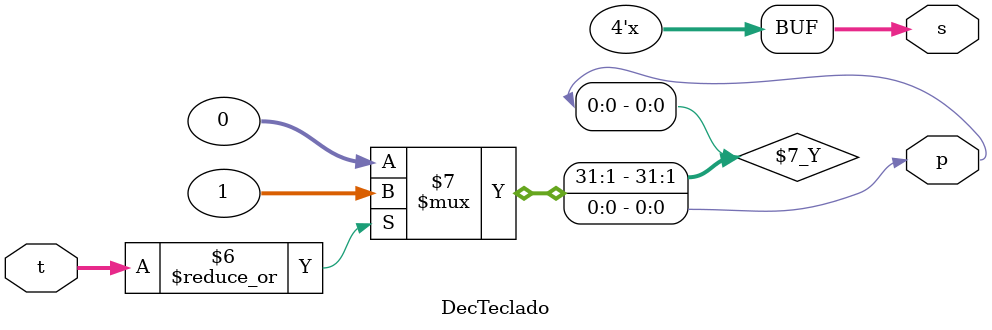
<source format=v>
module DecTeclado(t,s,p); //modulo Decodificador de Teclado
   
    input      [9:0] t;
    output reg [3:0] s;
    output reg       p;
   
    always @(*)
        begin
            case(t)
                10'b0000000001: s=1;
                10'b0000000010: s=2;
                10'b0000000100: s=3;
                10'b0000001000: s=4;
                10'b0000010000: s=5;
                10'b0000100000: s=6;
                10'b0001000000: s=7;
                10'b0010000000: s=8;
                10'b0100000000: s=9;
                10'b1000000000: s=10;
                default: s= 0;
            endcase // case (t)
        end // always @ (*)
   
    always @(s) 
        //Sempre que o valor de C modificar, alterar o valor de s para s menos 1
        begin
            if(s != 0) 
                s = s-1;
        end
   
    always @(*)
        begin
            p = (|t) ? 1 : 0; //reducao OR -> verifica se existe algum botao pressionado
        end
   
endmodule // DecTeclado

</source>
